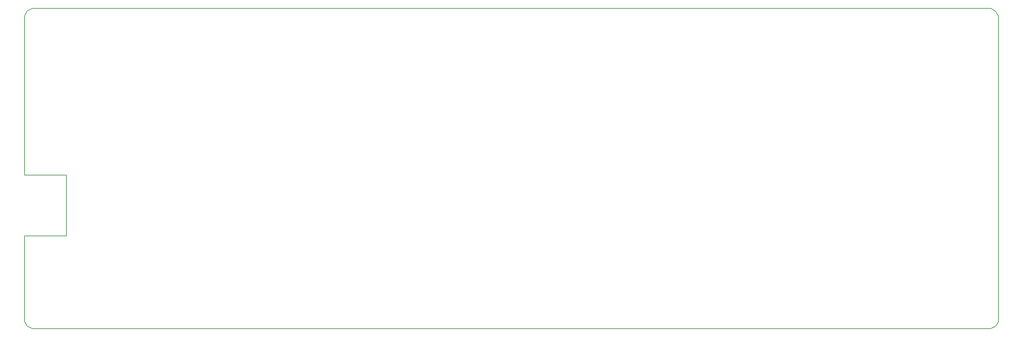
<source format=gbr>
G04 #@! TF.GenerationSoftware,KiCad,Pcbnew,(5.1.4-0-10_14)*
G04 #@! TF.CreationDate,2020-04-12T12:15:55-07:00*
G04 #@! TF.ProjectId,bottom_plate,626f7474-6f6d-45f7-906c-6174652e6b69,rev?*
G04 #@! TF.SameCoordinates,Original*
G04 #@! TF.FileFunction,Profile,NP*
%FSLAX46Y46*%
G04 Gerber Fmt 4.6, Leading zero omitted, Abs format (unit mm)*
G04 Created by KiCad (PCBNEW (5.1.4-0-10_14)) date 2020-04-12 12:15:55*
%MOMM*%
%LPD*%
G04 APERTURE LIST*
%ADD10C,0.150000*%
G04 APERTURE END LIST*
D10*
X17081500Y-76479400D02*
X17081500Y-98869500D01*
X270764000Y-16573500D02*
X272097500Y-17335500D01*
X17081500Y-60464700D02*
X17081500Y-18605500D01*
X270764000Y-100838000D02*
X272224500Y-100076000D01*
X17081500Y-18605500D02*
X17716500Y-17272000D01*
X270764000Y-100838000D02*
X19050000Y-100838000D01*
X272097500Y-17335500D02*
X272796000Y-18605500D01*
X19050000Y-16573500D02*
X270764000Y-16573500D01*
X17716500Y-17272000D02*
X19050000Y-16573500D01*
X19050000Y-100838000D02*
X17716500Y-100139500D01*
X17716500Y-100139500D02*
X17081500Y-98869500D01*
X272224500Y-100076000D02*
X272796000Y-98920300D01*
X272796000Y-18605500D02*
X272796000Y-98920300D01*
X28092400Y-76479400D02*
X17081500Y-76479400D01*
X28092400Y-60464700D02*
X28092400Y-76479400D01*
X17081500Y-60464700D02*
X28092400Y-60464700D01*
M02*

</source>
